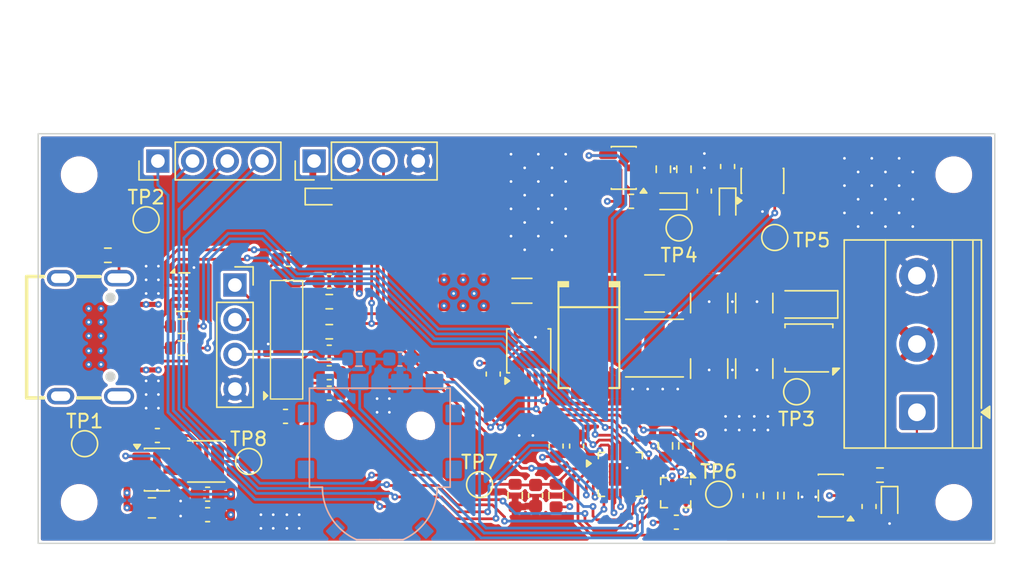
<source format=kicad_pcb>
(kicad_pcb
	(version 20241229)
	(generator "pcbnew")
	(generator_version "9.0")
	(general
		(thickness 1.6)
		(legacy_teardrops no)
	)
	(paper "A4")
	(layers
		(0 "F.Cu" signal)
		(4 "In1.Cu" signal)
		(6 "In2.Cu" signal)
		(2 "B.Cu" signal)
		(9 "F.Adhes" user "F.Adhesive")
		(11 "B.Adhes" user "B.Adhesive")
		(13 "F.Paste" user)
		(15 "B.Paste" user)
		(5 "F.SilkS" user "F.Silkscreen")
		(7 "B.SilkS" user "B.Silkscreen")
		(1 "F.Mask" user)
		(3 "B.Mask" user)
		(17 "Dwgs.User" user "User.Drawings")
		(19 "Cmts.User" user "User.Comments")
		(21 "Eco1.User" user "User.Eco1")
		(23 "Eco2.User" user "User.Eco2")
		(25 "Edge.Cuts" user)
		(27 "Margin" user)
		(31 "F.CrtYd" user "F.Courtyard")
		(29 "B.CrtYd" user "B.Courtyard")
		(35 "F.Fab" user)
		(33 "B.Fab" user)
		(39 "User.1" user)
		(41 "User.2" user)
		(43 "User.3" user)
		(45 "User.4" user)
	)
	(setup
		(stackup
			(layer "F.SilkS"
				(type "Top Silk Screen")
				(color "Black")
			)
			(layer "F.Paste"
				(type "Top Solder Paste")
			)
			(layer "F.Mask"
				(type "Top Solder Mask")
				(color "White")
				(thickness 0.01)
			)
			(layer "F.Cu"
				(type "copper")
				(thickness 0.035)
			)
			(layer "dielectric 1"
				(type "prepreg")
				(thickness 0.1)
				(material "FR4")
				(epsilon_r 4.5)
				(loss_tangent 0.02)
			)
			(layer "In1.Cu"
				(type "copper")
				(thickness 0.035)
			)
			(layer "dielectric 2"
				(type "core")
				(thickness 1.24)
				(material "FR4")
				(epsilon_r 4.5)
				(loss_tangent 0.02)
			)
			(layer "In2.Cu"
				(type "copper")
				(thickness 0.035)
			)
			(layer "dielectric 3"
				(type "prepreg")
				(thickness 0.1)
				(material "FR4")
				(epsilon_r 4.5)
				(loss_tangent 0.02)
			)
			(layer "B.Cu"
				(type "copper")
				(thickness 0.035)
			)
			(layer "B.Mask"
				(type "Bottom Solder Mask")
				(thickness 0.01)
			)
			(layer "B.Paste"
				(type "Bottom Solder Paste")
			)
			(layer "B.SilkS"
				(type "Bottom Silk Screen")
			)
			(copper_finish "None")
			(dielectric_constraints no)
		)
		(pad_to_mask_clearance 0)
		(allow_soldermask_bridges_in_footprints no)
		(tenting front back)
		(grid_origin 100.5 158.2)
		(pcbplotparams
			(layerselection 0x00000000_00000000_55555555_5755f5ff)
			(plot_on_all_layers_selection 0x00000000_00000000_00000000_00000000)
			(disableapertmacros no)
			(usegerberextensions no)
			(usegerberattributes yes)
			(usegerberadvancedattributes yes)
			(creategerberjobfile yes)
			(dashed_line_dash_ratio 12.000000)
			(dashed_line_gap_ratio 3.000000)
			(svgprecision 4)
			(plotframeref no)
			(mode 1)
			(useauxorigin no)
			(hpglpennumber 1)
			(hpglpenspeed 20)
			(hpglpendiameter 15.000000)
			(pdf_front_fp_property_popups yes)
			(pdf_back_fp_property_popups yes)
			(pdf_metadata yes)
			(pdf_single_document no)
			(dxfpolygonmode yes)
			(dxfimperialunits yes)
			(dxfusepcbnewfont yes)
			(psnegative no)
			(psa4output no)
			(plot_black_and_white yes)
			(sketchpadsonfab no)
			(plotpadnumbers no)
			(hidednponfab no)
			(sketchdnponfab yes)
			(crossoutdnponfab yes)
			(subtractmaskfromsilk no)
			(outputformat 1)
			(mirror no)
			(drillshape 1)
			(scaleselection 1)
			(outputdirectory "")
		)
	)
	(net 0 "")
	(net 1 "+3.3V")
	(net 2 "GND")
	(net 3 "VBUS")
	(net 4 "/BTN")
	(net 5 "/ENC_B")
	(net 6 "/TC_FB")
	(net 7 "/BOOTSEL")
	(net 8 "/SCL")
	(net 9 "/DISP_NRST")
	(net 10 "/SDA")
	(net 11 "/ENC_A")
	(net 12 "/BLUE")
	(net 13 "/D-")
	(net 14 "/HEATER_ON")
	(net 15 "/CC2")
	(net 16 "/CC1")
	(net 17 "/POW_ALERT")
	(net 18 "Net-(U5-SW)")
	(net 19 "Net-(U5-BST)")
	(net 20 "Net-(U6--)")
	(net 21 "Net-(U7-Vin-)")
	(net 22 "Net-(J3-Pin_13)")
	(net 23 "Net-(J3-Pin_2)")
	(net 24 "Net-(J3-Pin_1)")
	(net 25 "Net-(J1-SHIELD)")
	(net 26 "Net-(J3-Pin_4)")
	(net 27 "Net-(J3-Pin_3)")
	(net 28 "/RED")
	(net 29 "Net-(J3-Pin_14)")
	(net 30 "/JDP")
	(net 31 "/JDN")
	(net 32 "unconnected-(U3-NC-Pad6)")
	(net 33 "unconnected-(U3-NC-Pad10)")
	(net 34 "unconnected-(U3-NC-Pad7)")
	(net 35 "unconnected-(U3-NC-Pad9)")
	(net 36 "Net-(D4-K)")
	(net 37 "Net-(D1-K)")
	(net 38 "/VDRIVE")
	(net 39 "/NTC")
	(net 40 "Net-(D2-K)")
	(net 41 "Net-(D3-A)")
	(net 42 "unconnected-(J3-Pin_6-Pad6)")
	(net 43 "Net-(J3-Pin_9)")
	(net 44 "Net-(J3-Pin_12)")
	(net 45 "Net-(Q1-G)")
	(net 46 "Net-(U8-FB)")
	(net 47 "unconnected-(U1-INT1-Pad5)")
	(net 48 "unconnected-(U1-NC-Pad11)")
	(net 49 "unconnected-(U1-INT2-Pad6)")
	(net 50 "/PB0")
	(net 51 "/VDRIVE_ON")
	(net 52 "/PA2")
	(net 53 "/PA4")
	(net 54 "/PA3")
	(net 55 "/VTIP")
	(net 56 "unconnected-(U4-Pad0)_2")
	(net 57 "unconnected-(U8-NC-Pad6)")
	(footprint "Capacitor_SMD:C_0603_1608Metric" (layer "F.Cu") (at 133.8 145.8 -90))
	(footprint "Connector_PinHeader_2.54mm:PinHeader_1x04_P2.54mm_Vertical" (layer "F.Cu") (at 109.26 130.2 90))
	(footprint "Capacitor_SMD:C_1210_3225Metric" (layer "F.Cu") (at 152.9 145.4 -90))
	(footprint "Capacitor_SMD:C_0603_1608Metric" (layer "F.Cu") (at 139.9 151.075 90))
	(footprint "TestPoint:TestPoint_Pad_D1.5mm" (layer "F.Cu") (at 132.8 153.9))
	(footprint "Capacitor_SMD:C_0603_1608Metric" (layer "F.Cu") (at 112.9 154.6 180))
	(footprint "Inductor_SMD:L_0603_1608Metric" (layer "F.Cu") (at 143.9 133.15))
	(footprint "Package_SON:USON-10_2.5x1.0mm_P0.5mm" (layer "F.Cu") (at 111.1 139.8))
	(footprint "Capacitor_SMD:C_0603_1608Metric" (layer "F.Cu") (at 149.25 132.4 90))
	(footprint "Package_SON:VSON-8_3.3x3.3mm_P0.65mm_NexFET" (layer "F.Cu") (at 156.9 143.9 180))
	(footprint "Diode_SMD:D_SOD-523" (layer "F.Cu") (at 162.8 155.3 -90))
	(footprint "Resistor_SMD:R_0603_1608Metric" (layer "F.Cu") (at 155.6 154.7 -90))
	(footprint "Resistor_SMD:R_0603_1608Metric" (layer "F.Cu") (at 147.9 151.05 -90))
	(footprint "Capacitor_SMD:C_1210_3225Metric" (layer "F.Cu") (at 145.6 139.9))
	(footprint "Resistor_SMD:R_0603_1608Metric" (layer "F.Cu") (at 111 143.9))
	(footprint "Capacitor_SMD:C_0603_1608Metric" (layer "F.Cu") (at 118.8 137.4))
	(footprint "Capacitor_SMD:C_0603_1608Metric" (layer "F.Cu") (at 121.8 144.2))
	(footprint "Inductor_SMD:L_Changjiang_FTC252012S" (layer "F.Cu") (at 112.8 152.2))
	(footprint "TestPoint:TestPoint_Pad_D1.5mm" (layer "F.Cu") (at 147.4 135.1 90))
	(footprint "Package_TO_SOT_SMD:SOT-23-5" (layer "F.Cu") (at 158.5 154.7 180))
	(footprint "Resistor_SMD:R_0603_1608Metric" (layer "F.Cu") (at 146.25 130.8 90))
	(footprint "TestPoint:TestPoint_Pad_D1.5mm" (layer "F.Cu") (at 108.4 134.5))
	(footprint "Capacitor_SMD:C_0603_1608Metric" (layer "F.Cu") (at 150.95 130.6 90))
	(footprint "Package_SO:VSSOP-10_3x3mm_P0.5mm" (layer "F.Cu") (at 136.4 144.1 90))
	(footprint "Custom:USB-C-SMD_U263-163N-4GS1735" (layer "F.Cu") (at 104.61675 143.1 -90))
	(footprint "Diode_SMD:D_SOD-523" (layer "F.Cu") (at 121.3 132.8))
	(footprint "TestPoint:TestPoint_Pad_D1.5mm" (layer "F.Cu") (at 156 147.1 180))
	(footprint "Capacitor_SMD:C_0603_1608Metric" (layer "F.Cu") (at 118.6 148.9))
	(footprint "Package_TO_SOT_SMD:SOT-23-6" (layer "F.Cu") (at 153.5 131.65 90))
	(footprint "MountingHole:MountingHole_2.2mm_M2_DIN965" (layer "F.Cu") (at 103.5 131.2))
	(footprint "Diode_SMD:D_SOD-123F" (layer "F.Cu") (at 156.8 140.7 180))
	(footprint "MountingHole:MountingHole_2.2mm_M2_DIN965" (layer "F.Cu") (at 167.5 155.2))
	(footprint "Capacitor_SMD:C_0603_1608Metric" (layer "F.Cu") (at 121.8 145.7 180))
	(footprint "Resistor_SMD:R_0603_1608Metric" (layer "F.Cu") (at 162.1 153.2 180))
	(footprint "TestPoint:TestPoint_Pad_D1.5mm" (layer "F.Cu") (at 115.9 152.2))
	(footprint "TestPoint:TestPoint_Pad_D1.5mm" (layer "F.Cu") (at 103.9 150.9))
	(footprint "Capacitor_SMD:C_0603_1608Metric" (layer "F.Cu") (at 112.9 156.1 180))
	(footprint "Diode_SMD:D_SOD-523" (layer "F.Cu") (at 146.7 133.15 180))
	(footprint "Capacitor_SMD:C_1210_3225Metric" (layer "F.Cu") (at 152.9 140.6 90))
	(footprint "MountingHole:MountingHole_2.2mm_M2_DIN965" (layer "F.Cu") (at 103.5 155.2))
	(footprint "Custom:FPC_14" (layer "F.Cu") (at 118.7 143.29 90))
	(footprint "Package_DFN_QFN:QFN-20-1EP_3x3mm_P0.4mm_EP1.65x1.65mm" (layer "F.Cu") (at 143.1 153.15))
	(footprint "TestPoint:TestPoint_Pad_D1.5mm" (layer "F.Cu") (at 150.3 154.6))
	(footprint "Package_LGA:LGA-12_2x2mm_P0.5mm" (layer "F.Cu") (at 147.15 154.4875 -90))
	(footprint "Resistor_SMD:R_0603_1608Metric" (layer "F.Cu") (at 146.4 151.0625 -90))
	(footprint "Capacitor_SMD:C_0603_1608Metric" (layer "F.Cu") (at 121.8 139))
	(footprint "Connector_PinHeader_2.54mm:PinHeader_1x04_P2.54mm_Vertical" (layer "F.Cu") (at 120.69 130.2 90))
	(footprint "Custom:CP-SMD_L7.3-W4.3-FD"
		(layer "F.Cu")
		(uu
... [832079 chars truncated]
</source>
